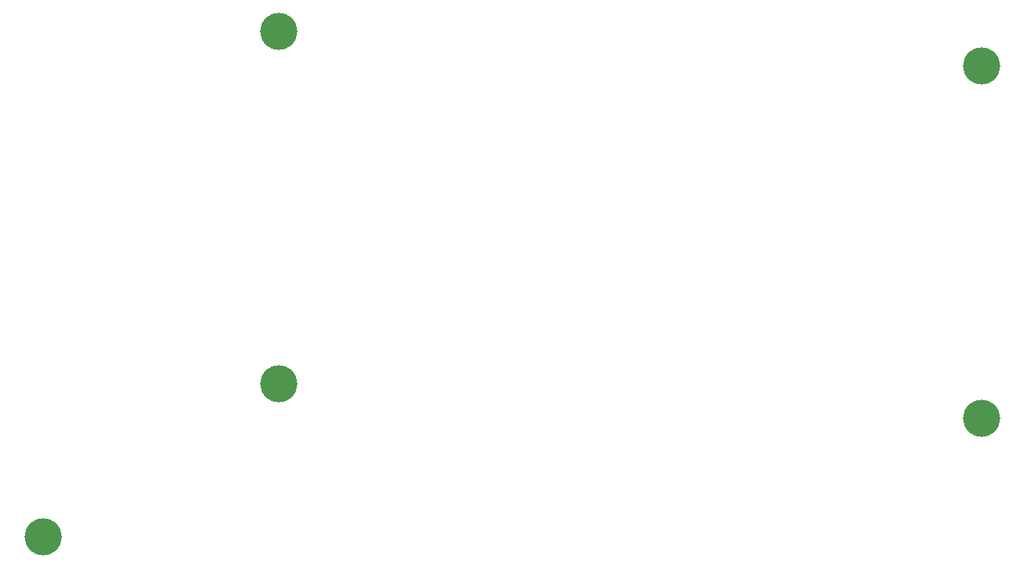
<source format=gbs>
G04 #@! TF.GenerationSoftware,KiCad,Pcbnew,8.0.6*
G04 #@! TF.CreationDate,2025-01-10T15:37:59+13:00*
G04 #@! TF.ProjectId,Plate,506c6174-652e-46b6-9963-61645f706362,1*
G04 #@! TF.SameCoordinates,Original*
G04 #@! TF.FileFunction,Soldermask,Bot*
G04 #@! TF.FilePolarity,Negative*
%FSLAX46Y46*%
G04 Gerber Fmt 4.6, Leading zero omitted, Abs format (unit mm)*
G04 Created by KiCad (PCBNEW 8.0.6) date 2025-01-10 15:37:59*
%MOMM*%
%LPD*%
G01*
G04 APERTURE LIST*
%ADD10C,4.000000*%
G04 APERTURE END LIST*
D10*
X203400000Y-109200000D03*
X127600000Y-105500000D03*
X203400000Y-71200000D03*
X127600000Y-67500000D03*
X102200000Y-122000000D03*
M02*

</source>
